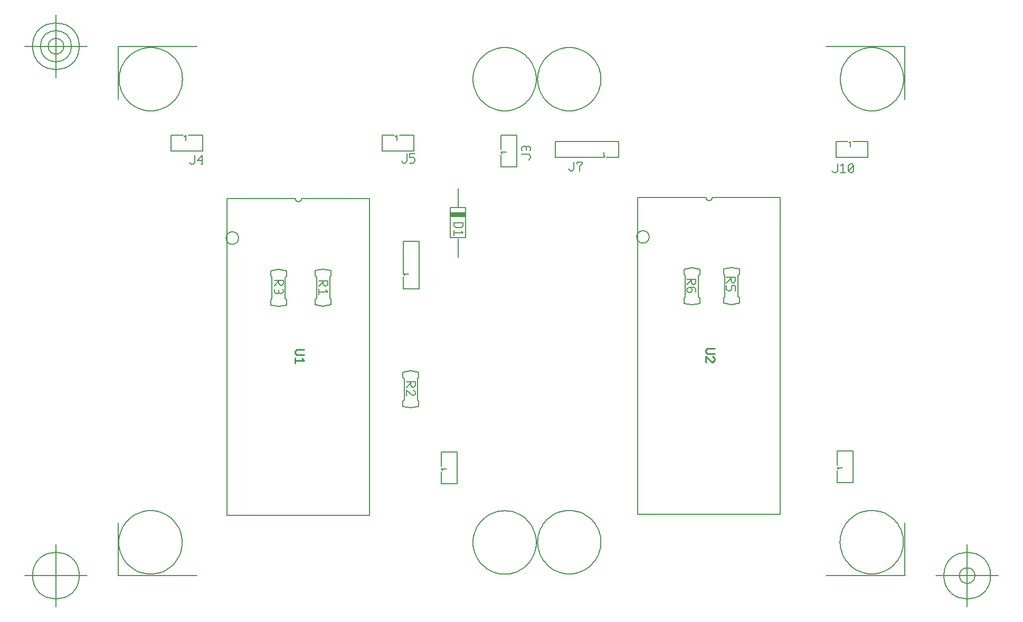
<source format=gbr>
G04 Generated by Ultiboard 13.0 *
%FSLAX25Y25*%
%MOIN*%

%ADD10C,0.00001*%
%ADD11C,0.00800*%
%ADD12C,0.00889*%
%ADD13C,0.00533*%
%ADD14C,0.00787*%
%ADD15C,0.00005*%
%ADD16C,0.00500*%


G04 ColorRGB FFFF00 for the following layer *
%LNSilkscreen Top*%
%LPD*%
G54D10*
G54D11*
X261400Y62700D02*
X261324Y64443D01*
X261096Y66173D01*
X260719Y67876D01*
X260194Y69540D01*
X259526Y71152D01*
X258721Y72700D01*
X257783Y74172D01*
X256721Y75556D01*
X255542Y76842D01*
X254256Y78021D01*
X252872Y79083D01*
X251400Y80021D01*
X249852Y80826D01*
X248240Y81494D01*
X246576Y82019D01*
X244873Y82396D01*
X243143Y82624D01*
X241400Y82700D01*
X239657Y82624D01*
X237927Y82396D01*
X236224Y82019D01*
X234560Y81494D01*
X232948Y80826D01*
X231400Y80021D01*
X229928Y79083D01*
X228544Y78021D01*
X227258Y76842D01*
X226079Y75556D01*
X225017Y74172D01*
X224079Y72700D01*
X223274Y71152D01*
X222606Y69540D01*
X222081Y67876D01*
X221704Y66173D01*
X221476Y64443D01*
X221400Y62700D01*
X221476Y60957D01*
X221704Y59227D01*
X222081Y57524D01*
X222606Y55860D01*
X223274Y54248D01*
X224079Y52700D01*
X225017Y51228D01*
X226079Y49844D01*
X227258Y48558D01*
X228544Y47379D01*
X229928Y46317D01*
X231400Y45379D01*
X232948Y44574D01*
X234560Y43906D01*
X236224Y43381D01*
X237927Y43004D01*
X239657Y42776D01*
X241400Y42700D01*
X243143Y42776D01*
X244873Y43004D01*
X246576Y43381D01*
X248240Y43906D01*
X249852Y44574D01*
X251400Y45379D01*
X252872Y46317D01*
X254256Y47379D01*
X255542Y48558D01*
X256721Y49844D01*
X257783Y51228D01*
X258721Y52700D01*
X259526Y54248D01*
X260194Y55860D01*
X260719Y57524D01*
X261096Y59227D01*
X261324Y60957D01*
X261400Y62700D01*
X302200Y62900D02*
X302124Y64643D01*
X301896Y66373D01*
X301519Y68076D01*
X300994Y69740D01*
X300326Y71352D01*
X299521Y72900D01*
X298583Y74372D01*
X297521Y75756D01*
X296342Y77042D01*
X295056Y78221D01*
X293672Y79283D01*
X292200Y80221D01*
X290652Y81026D01*
X289040Y81694D01*
X287376Y82219D01*
X285673Y82596D01*
X283943Y82824D01*
X282200Y82900D01*
X280457Y82824D01*
X278727Y82596D01*
X277024Y82219D01*
X275360Y81694D01*
X273748Y81026D01*
X272200Y80221D01*
X270728Y79283D01*
X269344Y78221D01*
X268058Y77042D01*
X266879Y75756D01*
X265817Y74372D01*
X264879Y72900D01*
X264074Y71352D01*
X263406Y69740D01*
X262881Y68076D01*
X262504Y66373D01*
X262276Y64643D01*
X262200Y62900D01*
X262276Y61157D01*
X262504Y59427D01*
X262881Y57724D01*
X263406Y56060D01*
X264074Y54448D01*
X264879Y52900D01*
X265817Y51428D01*
X266879Y50044D01*
X268058Y48758D01*
X269344Y47579D01*
X270728Y46517D01*
X272200Y45579D01*
X273748Y44774D01*
X275360Y44106D01*
X277024Y43581D01*
X278727Y43204D01*
X280457Y42976D01*
X282200Y42900D01*
X283943Y42976D01*
X285673Y43204D01*
X287376Y43581D01*
X289040Y44106D01*
X290652Y44774D01*
X292200Y45579D01*
X293672Y46517D01*
X295056Y47579D01*
X296342Y48758D01*
X297521Y50044D01*
X298583Y51428D01*
X299521Y52900D01*
X300326Y54448D01*
X300994Y56060D01*
X301519Y57724D01*
X301896Y59427D01*
X302124Y61157D01*
X302200Y62900D01*
X37800Y62800D02*
X37724Y64543D01*
X37496Y66273D01*
X37119Y67976D01*
X36594Y69640D01*
X35926Y71252D01*
X35121Y72800D01*
X34183Y74272D01*
X33121Y75656D01*
X31942Y76942D01*
X30656Y78121D01*
X29272Y79183D01*
X27800Y80121D01*
X26252Y80926D01*
X24640Y81594D01*
X22976Y82119D01*
X21273Y82496D01*
X19543Y82724D01*
X17800Y82800D01*
X16057Y82724D01*
X14327Y82496D01*
X12624Y82119D01*
X10960Y81594D01*
X9348Y80926D01*
X7800Y80121D01*
X6328Y79183D01*
X4944Y78121D01*
X3658Y76942D01*
X2479Y75656D01*
X1417Y74272D01*
X479Y72800D01*
X-326Y71252D01*
X-994Y69640D01*
X-1519Y67976D01*
X-1896Y66273D01*
X-2124Y64543D01*
X-2200Y62800D01*
X-2124Y61057D01*
X-1896Y59327D01*
X-1519Y57624D01*
X-994Y55960D01*
X-326Y54348D01*
X479Y52800D01*
X1417Y51328D01*
X2479Y49944D01*
X3658Y48658D01*
X4944Y47479D01*
X6328Y46417D01*
X7800Y45479D01*
X9348Y44674D01*
X10960Y44006D01*
X12624Y43481D01*
X14327Y43104D01*
X16057Y42876D01*
X17800Y42800D01*
X19543Y42876D01*
X21273Y43104D01*
X22976Y43481D01*
X24640Y44006D01*
X26252Y44674D01*
X27800Y45479D01*
X29272Y46417D01*
X30656Y47479D01*
X31942Y48658D01*
X33121Y49944D01*
X34183Y51328D01*
X35121Y52800D01*
X35926Y54348D01*
X36594Y55960D01*
X37119Y57624D01*
X37496Y59327D01*
X37724Y61057D01*
X37800Y62800D01*
X493200Y62900D02*
X493124Y64643D01*
X492896Y66373D01*
X492519Y68076D01*
X491994Y69740D01*
X491326Y71352D01*
X490521Y72900D01*
X489583Y74372D01*
X488521Y75756D01*
X487342Y77042D01*
X486056Y78221D01*
X484672Y79283D01*
X483200Y80221D01*
X481652Y81026D01*
X480040Y81694D01*
X478376Y82219D01*
X476673Y82596D01*
X474943Y82824D01*
X473200Y82900D01*
X471457Y82824D01*
X469727Y82596D01*
X468024Y82219D01*
X466360Y81694D01*
X464748Y81026D01*
X463200Y80221D01*
X461728Y79283D01*
X460344Y78221D01*
X459058Y77042D01*
X457879Y75756D01*
X456817Y74372D01*
X455879Y72900D01*
X455074Y71352D01*
X454406Y69740D01*
X453881Y68076D01*
X453504Y66373D01*
X453276Y64643D01*
X453200Y62900D01*
X453276Y61157D01*
X453504Y59427D01*
X453881Y57724D01*
X454406Y56060D01*
X455074Y54448D01*
X455879Y52900D01*
X456817Y51428D01*
X457879Y50044D01*
X459058Y48758D01*
X460344Y47579D01*
X461728Y46517D01*
X463200Y45579D01*
X464748Y44774D01*
X466360Y44106D01*
X468024Y43581D01*
X469727Y43204D01*
X471457Y42976D01*
X473200Y42900D01*
X474943Y42976D01*
X476673Y43204D01*
X478376Y43581D01*
X480040Y44106D01*
X481652Y44774D01*
X483200Y45579D01*
X484672Y46517D01*
X486056Y47579D01*
X487342Y48758D01*
X488521Y50044D01*
X489583Y51428D01*
X490521Y52900D01*
X491326Y54448D01*
X491994Y56060D01*
X492519Y57724D01*
X492896Y59427D01*
X493124Y61157D01*
X493200Y62900D01*
X37900Y355200D02*
X37824Y356943D01*
X37596Y358673D01*
X37219Y360376D01*
X36694Y362040D01*
X36026Y363652D01*
X35221Y365200D01*
X34283Y366672D01*
X33221Y368056D01*
X32042Y369342D01*
X30756Y370521D01*
X29372Y371583D01*
X27900Y372521D01*
X26352Y373326D01*
X24740Y373994D01*
X23076Y374519D01*
X21373Y374896D01*
X19643Y375124D01*
X17900Y375200D01*
X16157Y375124D01*
X14427Y374896D01*
X12724Y374519D01*
X11060Y373994D01*
X9448Y373326D01*
X7900Y372521D01*
X6428Y371583D01*
X5044Y370521D01*
X3758Y369342D01*
X2579Y368056D01*
X1517Y366672D01*
X579Y365200D01*
X-226Y363652D01*
X-894Y362040D01*
X-1419Y360376D01*
X-1796Y358673D01*
X-2024Y356943D01*
X-2100Y355200D01*
X-2024Y353457D01*
X-1796Y351727D01*
X-1419Y350024D01*
X-894Y348360D01*
X-226Y346748D01*
X579Y345200D01*
X1517Y343728D01*
X2579Y342344D01*
X3758Y341058D01*
X5044Y339879D01*
X6428Y338817D01*
X7900Y337879D01*
X9448Y337074D01*
X11060Y336406D01*
X12724Y335881D01*
X14427Y335504D01*
X16157Y335276D01*
X17900Y335200D01*
X19643Y335276D01*
X21373Y335504D01*
X23076Y335881D01*
X24740Y336406D01*
X26352Y337074D01*
X27900Y337879D01*
X29372Y338817D01*
X30756Y339879D01*
X32042Y341058D01*
X33221Y342344D01*
X34283Y343728D01*
X35221Y345200D01*
X36026Y346748D01*
X36694Y348360D01*
X37219Y350024D01*
X37596Y351727D01*
X37824Y353457D01*
X37900Y355200D01*
X37900Y355200D01*
X261400Y355200D02*
X261324Y356943D01*
X261096Y358673D01*
X260719Y360376D01*
X260194Y362040D01*
X259526Y363652D01*
X258721Y365200D01*
X257783Y366672D01*
X256721Y368056D01*
X255542Y369342D01*
X254256Y370521D01*
X252872Y371583D01*
X251400Y372521D01*
X249852Y373326D01*
X248240Y373994D01*
X246576Y374519D01*
X244873Y374896D01*
X243143Y375124D01*
X241400Y375200D01*
X239657Y375124D01*
X237927Y374896D01*
X236224Y374519D01*
X234560Y373994D01*
X232948Y373326D01*
X231400Y372521D01*
X229928Y371583D01*
X228544Y370521D01*
X227258Y369342D01*
X226079Y368056D01*
X225017Y366672D01*
X224079Y365200D01*
X223274Y363652D01*
X222606Y362040D01*
X222081Y360376D01*
X221704Y358673D01*
X221476Y356943D01*
X221400Y355200D01*
X221476Y353457D01*
X221704Y351727D01*
X222081Y350024D01*
X222606Y348360D01*
X223274Y346748D01*
X224079Y345200D01*
X225017Y343728D01*
X226079Y342344D01*
X227258Y341058D01*
X228544Y339879D01*
X229928Y338817D01*
X231400Y337879D01*
X232948Y337074D01*
X234560Y336406D01*
X236224Y335881D01*
X237927Y335504D01*
X239657Y335276D01*
X241400Y335200D01*
X243143Y335276D01*
X244873Y335504D01*
X246576Y335881D01*
X248240Y336406D01*
X249852Y337074D01*
X251400Y337879D01*
X252872Y338817D01*
X254256Y339879D01*
X255542Y341058D01*
X256721Y342344D01*
X257783Y343728D01*
X258721Y345200D01*
X259526Y346748D01*
X260194Y348360D01*
X260719Y350024D01*
X261096Y351727D01*
X261324Y353457D01*
X261400Y355200D01*
X261400Y355200D01*
X302200Y355200D02*
X302124Y356943D01*
X301896Y358673D01*
X301519Y360376D01*
X300994Y362040D01*
X300326Y363652D01*
X299521Y365200D01*
X298583Y366672D01*
X297521Y368056D01*
X296342Y369342D01*
X295056Y370521D01*
X293672Y371583D01*
X292200Y372521D01*
X290652Y373326D01*
X289040Y373994D01*
X287376Y374519D01*
X285673Y374896D01*
X283943Y375124D01*
X282200Y375200D01*
X280457Y375124D01*
X278727Y374896D01*
X277024Y374519D01*
X275360Y373994D01*
X273748Y373326D01*
X272200Y372521D01*
X270728Y371583D01*
X269344Y370521D01*
X268058Y369342D01*
X266879Y368056D01*
X265817Y366672D01*
X264879Y365200D01*
X264074Y363652D01*
X263406Y362040D01*
X262881Y360376D01*
X262504Y358673D01*
X262276Y356943D01*
X262200Y355200D01*
X262276Y353457D01*
X262504Y351727D01*
X262881Y350024D01*
X263406Y348360D01*
X264074Y346748D01*
X264879Y345200D01*
X265817Y343728D01*
X266879Y342344D01*
X268058Y341058D01*
X269344Y339879D01*
X270728Y338817D01*
X272200Y337879D01*
X273748Y337074D01*
X275360Y336406D01*
X277024Y335881D01*
X278727Y335504D01*
X280457Y335276D01*
X282200Y335200D01*
X283943Y335276D01*
X285673Y335504D01*
X287376Y335881D01*
X289040Y336406D01*
X290652Y337074D01*
X292200Y337879D01*
X293672Y338817D01*
X295056Y339879D01*
X296342Y341058D01*
X297521Y342344D01*
X298583Y343728D01*
X299521Y345200D01*
X300326Y346748D01*
X300994Y348360D01*
X301519Y350024D01*
X301896Y351727D01*
X302124Y353457D01*
X302200Y355200D01*
X302200Y355200D01*
X493300Y355200D02*
X493224Y356943D01*
X492996Y358673D01*
X492619Y360376D01*
X492094Y362040D01*
X491426Y363652D01*
X490621Y365200D01*
X489683Y366672D01*
X488621Y368056D01*
X487442Y369342D01*
X486156Y370521D01*
X484772Y371583D01*
X483300Y372521D01*
X481752Y373326D01*
X480140Y373994D01*
X478476Y374519D01*
X476773Y374896D01*
X475043Y375124D01*
X473300Y375200D01*
X471557Y375124D01*
X469827Y374896D01*
X468124Y374519D01*
X466460Y373994D01*
X464848Y373326D01*
X463300Y372521D01*
X461828Y371583D01*
X460444Y370521D01*
X459158Y369342D01*
X457979Y368056D01*
X456917Y366672D01*
X455979Y365200D01*
X455174Y363652D01*
X454506Y362040D01*
X453981Y360376D01*
X453604Y358673D01*
X453376Y356943D01*
X453300Y355200D01*
X453376Y353457D01*
X453604Y351727D01*
X453981Y350024D01*
X454506Y348360D01*
X455174Y346748D01*
X455979Y345200D01*
X456917Y343728D01*
X457979Y342344D01*
X459158Y341058D01*
X460444Y339879D01*
X461828Y338817D01*
X463300Y337879D01*
X464848Y337074D01*
X466460Y336406D01*
X468124Y335881D01*
X469827Y335504D01*
X471557Y335276D01*
X473300Y335200D01*
X475043Y335276D01*
X476773Y335504D01*
X478476Y335881D01*
X480140Y336406D01*
X481752Y337074D01*
X483300Y337879D01*
X484772Y338817D01*
X486156Y339879D01*
X487442Y341058D01*
X488621Y342344D01*
X489683Y343728D01*
X490621Y345200D01*
X491426Y346748D01*
X492094Y348360D01*
X492619Y350024D01*
X492996Y351727D01*
X493224Y353457D01*
X493300Y355200D01*
X493300Y355200D01*
X66200Y279900D02*
X66200Y79900D01*
X156200Y79900D01*
X156200Y279900D01*
X65494Y254900D02*
G75*
D01*
G02X65494Y254900I3937J0*
G01*
X109231Y279900D02*
X109239Y279728D01*
X109261Y279558D01*
X109299Y279391D01*
X109350Y279227D01*
X109416Y279068D01*
X109495Y278916D01*
X109587Y278771D01*
X109692Y278635D01*
X109808Y278508D01*
X109935Y278392D01*
X110071Y278287D01*
X110216Y278195D01*
X110368Y278116D01*
X110527Y278050D01*
X110691Y277999D01*
X110858Y277961D01*
X111028Y277939D01*
X111200Y277931D01*
X111372Y277939D01*
X111542Y277961D01*
X111709Y277999D01*
X111873Y278050D01*
X112032Y278116D01*
X112184Y278195D01*
X112329Y278287D01*
X112465Y278392D01*
X112592Y278508D01*
X112708Y278635D01*
X112813Y278771D01*
X112905Y278916D01*
X112984Y279068D01*
X113050Y279227D01*
X113101Y279391D01*
X113139Y279558D01*
X113161Y279728D01*
X113169Y279900D01*
X156200Y279900D02*
X113169Y279900D01*
X109231Y279900D02*
X66200Y279900D01*
X94533Y216833D02*
X94533Y230167D01*
X102867Y216833D02*
X102867Y230167D01*
X93700Y231000D02*
X94533Y230167D01*
X98700Y235167D02*
X93700Y234333D01*
X93700Y231000D01*
X103700Y231000D02*
X102867Y230167D01*
X103700Y234333D02*
X103700Y231000D01*
X98700Y235167D02*
X103700Y234333D01*
X93700Y216000D02*
X94533Y216833D01*
X98700Y211833D02*
X93700Y212667D01*
X93700Y216000D01*
X103700Y212667D02*
X103700Y216000D01*
X102867Y216833D01*
X98700Y211833D02*
X103700Y212667D01*
X122633Y216933D02*
X122633Y230267D01*
X130967Y216933D02*
X130967Y230267D01*
X121800Y231100D02*
X122633Y230267D01*
X126800Y235267D02*
X121800Y234433D01*
X121800Y231100D01*
X131800Y231100D02*
X130967Y230267D01*
X131800Y234433D02*
X131800Y231100D01*
X126800Y235267D02*
X131800Y234433D01*
X121800Y216100D02*
X122633Y216933D01*
X126800Y211933D02*
X121800Y212767D01*
X121800Y216100D01*
X131800Y212767D02*
X131800Y216100D01*
X130967Y216933D01*
X126800Y211933D02*
X131800Y212767D01*
X325500Y280600D02*
X325500Y80600D01*
X415500Y80600D01*
X415500Y280600D01*
X324794Y255600D02*
G75*
D01*
G02X324794Y255600I3937J0*
G01*
X368531Y280600D02*
X368539Y280428D01*
X368561Y280258D01*
X368599Y280091D01*
X368650Y279927D01*
X368716Y279768D01*
X368795Y279616D01*
X368887Y279471D01*
X368992Y279335D01*
X369108Y279208D01*
X369235Y279092D01*
X369371Y278987D01*
X369516Y278895D01*
X369668Y278816D01*
X369827Y278750D01*
X369991Y278699D01*
X370158Y278661D01*
X370328Y278639D01*
X370500Y278631D01*
X370672Y278639D01*
X370842Y278661D01*
X371009Y278699D01*
X371173Y278750D01*
X371332Y278816D01*
X371484Y278895D01*
X371629Y278987D01*
X371765Y279092D01*
X371892Y279208D01*
X372008Y279335D01*
X372113Y279471D01*
X372205Y279616D01*
X372284Y279768D01*
X372350Y279927D01*
X372401Y280091D01*
X372439Y280258D01*
X372461Y280428D01*
X372469Y280600D01*
X415500Y280600D02*
X372469Y280600D01*
X368531Y280600D02*
X325500Y280600D01*
X355433Y217733D02*
X355433Y231067D01*
X363767Y217733D02*
X363767Y231067D01*
X354600Y231900D02*
X355433Y231067D01*
X359600Y236067D02*
X354600Y235233D01*
X354600Y231900D01*
X364600Y231900D02*
X363767Y231067D01*
X364600Y235233D02*
X364600Y231900D01*
X359600Y236067D02*
X364600Y235233D01*
X354600Y216900D02*
X355433Y217733D01*
X359600Y212733D02*
X354600Y213567D01*
X354600Y216900D01*
X364600Y213567D02*
X364600Y216900D01*
X363767Y217733D01*
X359600Y212733D02*
X364600Y213567D01*
X380433Y217933D02*
X380433Y231267D01*
X388767Y217933D02*
X388767Y231267D01*
X379600Y232100D02*
X380433Y231267D01*
X384600Y236267D02*
X379600Y235433D01*
X379600Y232100D01*
X389600Y232100D02*
X388767Y231267D01*
X389600Y235433D02*
X389600Y232100D01*
X384600Y236267D02*
X389600Y235433D01*
X379600Y217100D02*
X380433Y217933D01*
X384600Y212933D02*
X379600Y213767D01*
X379600Y217100D01*
X389600Y213767D02*
X389600Y217100D01*
X388767Y217933D01*
X384600Y212933D02*
X389600Y213767D01*
X211500Y119900D02*
X211500Y99900D01*
X201500Y107400D02*
X201500Y99900D01*
X211500Y99900D01*
X201500Y119900D02*
X201500Y110733D01*
X201500Y109067D02*
X204833Y109067D01*
X202333Y108233D02*
X201500Y109067D01*
X201500Y119900D02*
X211500Y119900D01*
X461500Y120600D02*
X461500Y100600D01*
X451500Y108100D02*
X451500Y100600D01*
X461500Y100600D01*
X451500Y120600D02*
X451500Y111433D01*
X451500Y109767D02*
X454833Y109767D01*
X452333Y108933D02*
X451500Y109767D01*
X451500Y120600D02*
X461500Y120600D01*
X178033Y152733D02*
X178033Y166067D01*
X186367Y152733D02*
X186367Y166067D01*
X177200Y166900D02*
X178033Y166067D01*
X182200Y171067D02*
X177200Y170233D01*
X177200Y166900D01*
X187200Y166900D02*
X186367Y166067D01*
X187200Y170233D02*
X187200Y166900D01*
X182200Y171067D02*
X187200Y170233D01*
X177200Y151900D02*
X178033Y152733D01*
X182200Y147733D02*
X177200Y148567D01*
X177200Y151900D01*
X187200Y148567D02*
X187200Y151900D01*
X186367Y152733D01*
X182200Y147733D02*
X187200Y148567D01*
X177400Y223000D02*
X187400Y223000D01*
X177400Y253000D02*
X187400Y253000D01*
X177400Y253000D02*
X177400Y233000D01*
X177400Y230500D02*
X177400Y223000D01*
X177400Y232167D02*
X180733Y232167D01*
X178233Y231333D02*
X177400Y232167D01*
X187400Y253000D02*
X187400Y223000D01*
X273373Y316000D02*
X313373Y316000D01*
X273373Y306000D02*
X303373Y306000D01*
X313373Y306000D02*
X313373Y316000D01*
X305873Y306000D02*
X313373Y306000D01*
X304206Y306000D02*
X304206Y309333D01*
X305040Y306833D02*
X304206Y306000D01*
X273373Y306000D02*
X273373Y316000D01*
X470700Y305900D02*
X450700Y305900D01*
X458200Y315900D02*
X450700Y315900D01*
X450700Y305900D01*
X470700Y315900D02*
X461533Y315900D01*
X459867Y315900D02*
X459867Y312567D01*
X459033Y315067D02*
X459867Y315900D01*
X470700Y315900D02*
X470700Y305900D01*
X50800Y309800D02*
X30800Y309800D01*
X38300Y319800D02*
X30800Y319800D01*
X30800Y309800D01*
X50800Y319800D02*
X41633Y319800D01*
X39967Y319800D02*
X39967Y316467D01*
X39133Y318967D02*
X39967Y319800D01*
X50800Y319800D02*
X50800Y309800D01*
X184200Y309800D02*
X164200Y309800D01*
X171700Y319800D02*
X164200Y319800D01*
X164200Y309800D01*
X184200Y319800D02*
X175033Y319800D01*
X173367Y319800D02*
X173367Y316467D01*
X172533Y318967D02*
X173367Y319800D01*
X184200Y319800D02*
X184200Y309800D01*
X248900Y320000D02*
X248900Y300000D01*
X238900Y307500D02*
X238900Y300000D01*
X248900Y300000D01*
X238900Y320000D02*
X238900Y310833D01*
X238900Y309167D02*
X242233Y309167D01*
X239733Y308333D02*
X238900Y309167D01*
X238900Y320000D02*
X248900Y320000D01*
G54D12*
X114629Y184451D02*
X110057Y184451D01*
X108914Y183313D01*
X108914Y182176D01*
X110057Y181038D01*
X114629Y181038D01*
X113486Y178762D02*
X114629Y177624D01*
X108914Y177624D01*
X108914Y179331D02*
X108914Y175918D01*
X373929Y185151D02*
X369357Y185151D01*
X368214Y184013D01*
X368214Y182876D01*
X369357Y181738D01*
X373929Y181738D01*
X372786Y180031D02*
X373929Y178893D01*
X373929Y177756D01*
X372786Y176618D01*
X372214Y176618D01*
X368214Y180031D01*
X368214Y176618D01*
X368786Y176618D01*
G54D13*
X95914Y228331D02*
X101629Y228331D01*
X101629Y226056D01*
X100486Y224918D01*
X99914Y224918D01*
X98771Y226056D01*
X98771Y228331D01*
X98771Y227762D02*
X95914Y224918D01*
X101057Y222642D02*
X101629Y222073D01*
X101629Y220936D01*
X100486Y219798D01*
X99343Y219798D01*
X98771Y220367D01*
X98200Y219798D01*
X97057Y219798D01*
X95914Y220936D01*
X95914Y222073D01*
X96486Y222642D01*
X98771Y222073D02*
X98771Y220367D01*
X123914Y227831D02*
X129629Y227831D01*
X129629Y225556D01*
X128486Y224418D01*
X127914Y224418D01*
X126771Y225556D01*
X126771Y227831D01*
X126771Y227262D02*
X123914Y224418D01*
X128486Y222142D02*
X129629Y221004D01*
X123914Y221004D01*
X123914Y222711D02*
X123914Y219298D01*
X356414Y228931D02*
X362129Y228931D01*
X362129Y226656D01*
X360986Y225518D01*
X360414Y225518D01*
X359271Y226656D01*
X359271Y228931D01*
X359271Y228362D02*
X356414Y225518D01*
X362129Y220967D02*
X362129Y222673D01*
X360986Y223811D01*
X358700Y223811D01*
X357557Y223811D01*
X356414Y222673D01*
X356414Y221536D01*
X357557Y220398D01*
X358700Y220398D01*
X359843Y221536D01*
X359843Y222673D01*
X358700Y223811D01*
X381414Y230031D02*
X387129Y230031D01*
X387129Y227756D01*
X385986Y226618D01*
X385414Y226618D01*
X384271Y227756D01*
X384271Y230031D01*
X384271Y229462D02*
X381414Y226618D01*
X387129Y221498D02*
X387129Y224911D01*
X384843Y224911D01*
X384843Y222636D01*
X383700Y221498D01*
X382557Y221498D01*
X381414Y222636D01*
X381414Y224911D01*
X179214Y164031D02*
X184929Y164031D01*
X184929Y161756D01*
X183786Y160618D01*
X183214Y160618D01*
X182071Y161756D01*
X182071Y164031D01*
X182071Y163462D02*
X179214Y160618D01*
X183786Y158911D02*
X184929Y157773D01*
X184929Y156636D01*
X183786Y155498D01*
X183214Y155498D01*
X179214Y158911D01*
X179214Y155498D01*
X179786Y155498D01*
X209414Y264931D02*
X209414Y262656D01*
X210557Y261518D01*
X213986Y261518D01*
X215129Y262656D01*
X215129Y264931D01*
X215129Y264362D02*
X209414Y264362D01*
X213986Y259242D02*
X215129Y258104D01*
X209414Y258104D01*
X209414Y259811D02*
X209414Y256398D01*
X281769Y298357D02*
X282907Y297214D01*
X284044Y297214D01*
X285182Y298357D01*
X285182Y302929D01*
X288596Y297214D02*
X288596Y300071D01*
X290302Y301786D01*
X290302Y302929D01*
X286889Y302929D01*
X286889Y301786D01*
X448169Y297157D02*
X449307Y296014D01*
X450444Y296014D01*
X451582Y297157D01*
X451582Y301729D01*
X453858Y300586D02*
X454996Y301729D01*
X454996Y296014D01*
X453289Y296014D02*
X456702Y296014D01*
X458409Y300586D02*
X459547Y301729D01*
X460684Y301729D01*
X461822Y300586D01*
X461822Y297157D01*
X460684Y296014D01*
X459547Y296014D01*
X458409Y297157D01*
X458409Y300586D01*
X461822Y300586D02*
X458409Y297157D01*
X42269Y302557D02*
X43407Y301414D01*
X44544Y301414D01*
X45682Y302557D01*
X45682Y307129D01*
X50802Y303700D02*
X47389Y303700D01*
X50233Y307129D01*
X50233Y301414D01*
X49664Y301414D02*
X50802Y301414D01*
X176269Y303457D02*
X177407Y302314D01*
X178544Y302314D01*
X179682Y303457D01*
X179682Y308029D01*
X184802Y308029D02*
X181389Y308029D01*
X181389Y305743D01*
X183664Y305743D01*
X184802Y304600D01*
X184802Y303457D01*
X183664Y302314D01*
X181389Y302314D01*
X256643Y304329D02*
X257786Y305467D01*
X257786Y306604D01*
X256643Y307742D01*
X252071Y307742D01*
X252643Y310018D02*
X252071Y310587D01*
X252071Y311724D01*
X253214Y312862D01*
X254357Y312862D01*
X254929Y312293D01*
X255500Y312862D01*
X256643Y312862D01*
X257786Y311724D01*
X257786Y310587D01*
X257214Y310018D01*
X254929Y310587D02*
X254929Y312293D01*
G54D14*
X211900Y274858D02*
X211900Y286276D01*
X211900Y254386D02*
X211900Y242969D01*
X216624Y274071D02*
X207176Y274071D01*
X207176Y255173D01*
X216624Y255173D01*
X216624Y274071D01*
G54D15*
G36*
X207228Y268165D02*
X207228Y271315D01*
X216672Y271315D01*
X216672Y268165D01*
X207228Y268165D01*
G37*
G54D16*
X-2600Y41800D02*
X-2600Y75220D01*
X-2600Y41800D02*
X47070Y41800D01*
X494100Y41800D02*
X444430Y41800D01*
X494100Y41800D02*
X494100Y75220D01*
X494100Y376000D02*
X494100Y342580D01*
X494100Y376000D02*
X444430Y376000D01*
X-2600Y376000D02*
X47070Y376000D01*
X-2600Y376000D02*
X-2600Y342580D01*
X-22285Y41800D02*
X-61655Y41800D01*
X-41970Y22115D02*
X-41970Y61485D01*
X-56734Y41800D02*
G75*
D01*
G02X-56734Y41800I14764J0*
G01*
X513785Y41800D02*
X553155Y41800D01*
X533470Y22115D02*
X533470Y61485D01*
X518706Y41800D02*
G75*
D01*
G02X518706Y41800I14764J0*
G01*
X528549Y41800D02*
G75*
D01*
G02X528549Y41800I4921J0*
G01*
X-22285Y376000D02*
X-61655Y376000D01*
X-41970Y356315D02*
X-41970Y395685D01*
X-56734Y376000D02*
G75*
D01*
G02X-56734Y376000I14764J0*
G01*
X-51813Y376000D02*
G75*
D01*
G02X-51813Y376000I9843J0*
G01*
X-46891Y376000D02*
G75*
D01*
G02X-46891Y376000I4921J0*
G01*

M02*

</source>
